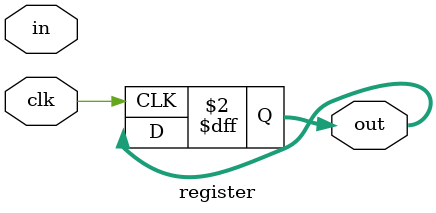
<source format=v>
module register(in,out,clk);
    parameter n=4;//数据位宽
    input clk;
    input [0:n-1] in;
    output [0:n-1] out;
    always @(posedge clk)
        begin
            out={out[0],out[1:n-1]};
        end
endmodule
</source>
